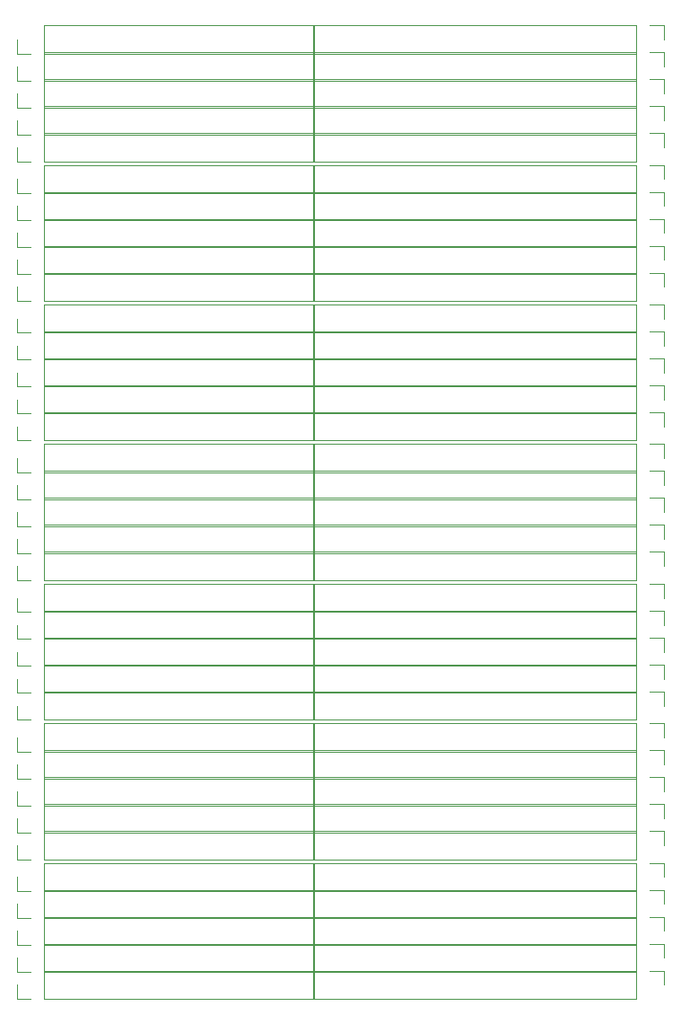
<source format=gbr>
G04 #@! TF.GenerationSoftware,KiCad,Pcbnew,5.1.5-52549c5~86~ubuntu18.04.1*
G04 #@! TF.CreationDate,2020-08-06T00:34:13-05:00*
G04 #@! TF.ProjectId,,58585858-5858-4585-9858-585858585858,rev?*
G04 #@! TF.SameCoordinates,Original*
G04 #@! TF.FileFunction,Legend,Top*
G04 #@! TF.FilePolarity,Positive*
%FSLAX46Y46*%
G04 Gerber Fmt 4.6, Leading zero omitted, Abs format (unit mm)*
G04 Created by KiCad (PCBNEW 5.1.5-52549c5~86~ubuntu18.04.1) date 2020-08-06 00:34:13*
%MOMM*%
%LPD*%
G04 APERTURE LIST*
%ADD10C,0.120000*%
G04 APERTURE END LIST*
D10*
X98265000Y-112455000D02*
X98265000Y-115115000D01*
X128805000Y-112455000D02*
X98265000Y-112455000D01*
X128805000Y-115115000D02*
X98265000Y-115115000D01*
X128805000Y-112455000D02*
X128805000Y-115115000D01*
X130075000Y-112455000D02*
X131405000Y-112455000D01*
X131405000Y-112455000D02*
X131405000Y-113785000D01*
X98265000Y-99295000D02*
X98265000Y-101955000D01*
X128805000Y-99295000D02*
X98265000Y-99295000D01*
X128805000Y-101955000D02*
X98265000Y-101955000D01*
X128805000Y-99295000D02*
X128805000Y-101955000D01*
X130075000Y-99295000D02*
X131405000Y-99295000D01*
X131405000Y-99295000D02*
X131405000Y-100625000D01*
X98265000Y-86135000D02*
X98265000Y-88795000D01*
X128805000Y-86135000D02*
X98265000Y-86135000D01*
X128805000Y-88795000D02*
X98265000Y-88795000D01*
X128805000Y-86135000D02*
X128805000Y-88795000D01*
X130075000Y-86135000D02*
X131405000Y-86135000D01*
X131405000Y-86135000D02*
X131405000Y-87465000D01*
X98265000Y-72975000D02*
X98265000Y-75635000D01*
X128805000Y-72975000D02*
X98265000Y-72975000D01*
X128805000Y-75635000D02*
X98265000Y-75635000D01*
X128805000Y-72975000D02*
X128805000Y-75635000D01*
X130075000Y-72975000D02*
X131405000Y-72975000D01*
X131405000Y-72975000D02*
X131405000Y-74305000D01*
X98265000Y-59815000D02*
X98265000Y-62475000D01*
X128805000Y-59815000D02*
X98265000Y-59815000D01*
X128805000Y-62475000D02*
X98265000Y-62475000D01*
X128805000Y-59815000D02*
X128805000Y-62475000D01*
X130075000Y-59815000D02*
X131405000Y-59815000D01*
X131405000Y-59815000D02*
X131405000Y-61145000D01*
X98265000Y-46655000D02*
X98265000Y-49315000D01*
X128805000Y-46655000D02*
X98265000Y-46655000D01*
X128805000Y-49315000D02*
X98265000Y-49315000D01*
X128805000Y-46655000D02*
X128805000Y-49315000D01*
X130075000Y-46655000D02*
X131405000Y-46655000D01*
X131405000Y-46655000D02*
X131405000Y-47985000D01*
X98385000Y-115115000D02*
X98385000Y-112455000D01*
X72925000Y-115115000D02*
X98385000Y-115115000D01*
X72925000Y-112455000D02*
X98385000Y-112455000D01*
X72925000Y-115115000D02*
X72925000Y-112455000D01*
X71655000Y-115115000D02*
X70325000Y-115115000D01*
X70325000Y-115115000D02*
X70325000Y-113785000D01*
X98385000Y-101955000D02*
X98385000Y-99295000D01*
X72925000Y-101955000D02*
X98385000Y-101955000D01*
X72925000Y-99295000D02*
X98385000Y-99295000D01*
X72925000Y-101955000D02*
X72925000Y-99295000D01*
X71655000Y-101955000D02*
X70325000Y-101955000D01*
X70325000Y-101955000D02*
X70325000Y-100625000D01*
X98385000Y-88795000D02*
X98385000Y-86135000D01*
X72925000Y-88795000D02*
X98385000Y-88795000D01*
X72925000Y-86135000D02*
X98385000Y-86135000D01*
X72925000Y-88795000D02*
X72925000Y-86135000D01*
X71655000Y-88795000D02*
X70325000Y-88795000D01*
X70325000Y-88795000D02*
X70325000Y-87465000D01*
X98385000Y-75635000D02*
X98385000Y-72975000D01*
X72925000Y-75635000D02*
X98385000Y-75635000D01*
X72925000Y-72975000D02*
X98385000Y-72975000D01*
X72925000Y-75635000D02*
X72925000Y-72975000D01*
X71655000Y-75635000D02*
X70325000Y-75635000D01*
X70325000Y-75635000D02*
X70325000Y-74305000D01*
X98385000Y-62475000D02*
X98385000Y-59815000D01*
X72925000Y-62475000D02*
X98385000Y-62475000D01*
X72925000Y-59815000D02*
X98385000Y-59815000D01*
X72925000Y-62475000D02*
X72925000Y-59815000D01*
X71655000Y-62475000D02*
X70325000Y-62475000D01*
X70325000Y-62475000D02*
X70325000Y-61145000D01*
X98385000Y-49315000D02*
X98385000Y-46655000D01*
X72925000Y-49315000D02*
X98385000Y-49315000D01*
X72925000Y-46655000D02*
X98385000Y-46655000D01*
X72925000Y-49315000D02*
X72925000Y-46655000D01*
X71655000Y-49315000D02*
X70325000Y-49315000D01*
X70325000Y-49315000D02*
X70325000Y-47985000D01*
X98265000Y-117535000D02*
X98265000Y-120195000D01*
X128805000Y-117535000D02*
X98265000Y-117535000D01*
X128805000Y-120195000D02*
X98265000Y-120195000D01*
X128805000Y-117535000D02*
X128805000Y-120195000D01*
X130075000Y-117535000D02*
X131405000Y-117535000D01*
X131405000Y-117535000D02*
X131405000Y-118865000D01*
X98265000Y-104375000D02*
X98265000Y-107035000D01*
X128805000Y-104375000D02*
X98265000Y-104375000D01*
X128805000Y-107035000D02*
X98265000Y-107035000D01*
X128805000Y-104375000D02*
X128805000Y-107035000D01*
X130075000Y-104375000D02*
X131405000Y-104375000D01*
X131405000Y-104375000D02*
X131405000Y-105705000D01*
X98265000Y-91215000D02*
X98265000Y-93875000D01*
X128805000Y-91215000D02*
X98265000Y-91215000D01*
X128805000Y-93875000D02*
X98265000Y-93875000D01*
X128805000Y-91215000D02*
X128805000Y-93875000D01*
X130075000Y-91215000D02*
X131405000Y-91215000D01*
X131405000Y-91215000D02*
X131405000Y-92545000D01*
X98265000Y-78055000D02*
X98265000Y-80715000D01*
X128805000Y-78055000D02*
X98265000Y-78055000D01*
X128805000Y-80715000D02*
X98265000Y-80715000D01*
X128805000Y-78055000D02*
X128805000Y-80715000D01*
X130075000Y-78055000D02*
X131405000Y-78055000D01*
X131405000Y-78055000D02*
X131405000Y-79385000D01*
X98265000Y-64895000D02*
X98265000Y-67555000D01*
X128805000Y-64895000D02*
X98265000Y-64895000D01*
X128805000Y-67555000D02*
X98265000Y-67555000D01*
X128805000Y-64895000D02*
X128805000Y-67555000D01*
X130075000Y-64895000D02*
X131405000Y-64895000D01*
X131405000Y-64895000D02*
X131405000Y-66225000D01*
X98265000Y-51735000D02*
X98265000Y-54395000D01*
X128805000Y-51735000D02*
X98265000Y-51735000D01*
X128805000Y-54395000D02*
X98265000Y-54395000D01*
X128805000Y-51735000D02*
X128805000Y-54395000D01*
X130075000Y-51735000D02*
X131405000Y-51735000D01*
X131405000Y-51735000D02*
X131405000Y-53065000D01*
X98265000Y-114995000D02*
X98265000Y-117655000D01*
X128805000Y-114995000D02*
X98265000Y-114995000D01*
X128805000Y-117655000D02*
X98265000Y-117655000D01*
X128805000Y-114995000D02*
X128805000Y-117655000D01*
X130075000Y-114995000D02*
X131405000Y-114995000D01*
X131405000Y-114995000D02*
X131405000Y-116325000D01*
X98265000Y-101835000D02*
X98265000Y-104495000D01*
X128805000Y-101835000D02*
X98265000Y-101835000D01*
X128805000Y-104495000D02*
X98265000Y-104495000D01*
X128805000Y-101835000D02*
X128805000Y-104495000D01*
X130075000Y-101835000D02*
X131405000Y-101835000D01*
X131405000Y-101835000D02*
X131405000Y-103165000D01*
X98265000Y-88675000D02*
X98265000Y-91335000D01*
X128805000Y-88675000D02*
X98265000Y-88675000D01*
X128805000Y-91335000D02*
X98265000Y-91335000D01*
X128805000Y-88675000D02*
X128805000Y-91335000D01*
X130075000Y-88675000D02*
X131405000Y-88675000D01*
X131405000Y-88675000D02*
X131405000Y-90005000D01*
X98265000Y-75515000D02*
X98265000Y-78175000D01*
X128805000Y-75515000D02*
X98265000Y-75515000D01*
X128805000Y-78175000D02*
X98265000Y-78175000D01*
X128805000Y-75515000D02*
X128805000Y-78175000D01*
X130075000Y-75515000D02*
X131405000Y-75515000D01*
X131405000Y-75515000D02*
X131405000Y-76845000D01*
X98265000Y-62355000D02*
X98265000Y-65015000D01*
X128805000Y-62355000D02*
X98265000Y-62355000D01*
X128805000Y-65015000D02*
X98265000Y-65015000D01*
X128805000Y-62355000D02*
X128805000Y-65015000D01*
X130075000Y-62355000D02*
X131405000Y-62355000D01*
X131405000Y-62355000D02*
X131405000Y-63685000D01*
X98265000Y-49195000D02*
X98265000Y-51855000D01*
X128805000Y-49195000D02*
X98265000Y-49195000D01*
X128805000Y-51855000D02*
X98265000Y-51855000D01*
X128805000Y-49195000D02*
X128805000Y-51855000D01*
X130075000Y-49195000D02*
X131405000Y-49195000D01*
X131405000Y-49195000D02*
X131405000Y-50525000D01*
X98385000Y-120195000D02*
X98385000Y-117535000D01*
X72925000Y-120195000D02*
X98385000Y-120195000D01*
X72925000Y-117535000D02*
X98385000Y-117535000D01*
X72925000Y-120195000D02*
X72925000Y-117535000D01*
X71655000Y-120195000D02*
X70325000Y-120195000D01*
X70325000Y-120195000D02*
X70325000Y-118865000D01*
X98385000Y-107035000D02*
X98385000Y-104375000D01*
X72925000Y-107035000D02*
X98385000Y-107035000D01*
X72925000Y-104375000D02*
X98385000Y-104375000D01*
X72925000Y-107035000D02*
X72925000Y-104375000D01*
X71655000Y-107035000D02*
X70325000Y-107035000D01*
X70325000Y-107035000D02*
X70325000Y-105705000D01*
X98385000Y-93875000D02*
X98385000Y-91215000D01*
X72925000Y-93875000D02*
X98385000Y-93875000D01*
X72925000Y-91215000D02*
X98385000Y-91215000D01*
X72925000Y-93875000D02*
X72925000Y-91215000D01*
X71655000Y-93875000D02*
X70325000Y-93875000D01*
X70325000Y-93875000D02*
X70325000Y-92545000D01*
X98385000Y-80715000D02*
X98385000Y-78055000D01*
X72925000Y-80715000D02*
X98385000Y-80715000D01*
X72925000Y-78055000D02*
X98385000Y-78055000D01*
X72925000Y-80715000D02*
X72925000Y-78055000D01*
X71655000Y-80715000D02*
X70325000Y-80715000D01*
X70325000Y-80715000D02*
X70325000Y-79385000D01*
X98385000Y-67555000D02*
X98385000Y-64895000D01*
X72925000Y-67555000D02*
X98385000Y-67555000D01*
X72925000Y-64895000D02*
X98385000Y-64895000D01*
X72925000Y-67555000D02*
X72925000Y-64895000D01*
X71655000Y-67555000D02*
X70325000Y-67555000D01*
X70325000Y-67555000D02*
X70325000Y-66225000D01*
X98385000Y-54395000D02*
X98385000Y-51735000D01*
X72925000Y-54395000D02*
X98385000Y-54395000D01*
X72925000Y-51735000D02*
X98385000Y-51735000D01*
X72925000Y-54395000D02*
X72925000Y-51735000D01*
X71655000Y-54395000D02*
X70325000Y-54395000D01*
X70325000Y-54395000D02*
X70325000Y-53065000D01*
X98385000Y-117655000D02*
X98385000Y-114995000D01*
X72925000Y-117655000D02*
X98385000Y-117655000D01*
X72925000Y-114995000D02*
X98385000Y-114995000D01*
X72925000Y-117655000D02*
X72925000Y-114995000D01*
X71655000Y-117655000D02*
X70325000Y-117655000D01*
X70325000Y-117655000D02*
X70325000Y-116325000D01*
X98385000Y-104495000D02*
X98385000Y-101835000D01*
X72925000Y-104495000D02*
X98385000Y-104495000D01*
X72925000Y-101835000D02*
X98385000Y-101835000D01*
X72925000Y-104495000D02*
X72925000Y-101835000D01*
X71655000Y-104495000D02*
X70325000Y-104495000D01*
X70325000Y-104495000D02*
X70325000Y-103165000D01*
X98385000Y-91335000D02*
X98385000Y-88675000D01*
X72925000Y-91335000D02*
X98385000Y-91335000D01*
X72925000Y-88675000D02*
X98385000Y-88675000D01*
X72925000Y-91335000D02*
X72925000Y-88675000D01*
X71655000Y-91335000D02*
X70325000Y-91335000D01*
X70325000Y-91335000D02*
X70325000Y-90005000D01*
X98385000Y-78175000D02*
X98385000Y-75515000D01*
X72925000Y-78175000D02*
X98385000Y-78175000D01*
X72925000Y-75515000D02*
X98385000Y-75515000D01*
X72925000Y-78175000D02*
X72925000Y-75515000D01*
X71655000Y-78175000D02*
X70325000Y-78175000D01*
X70325000Y-78175000D02*
X70325000Y-76845000D01*
X98385000Y-65015000D02*
X98385000Y-62355000D01*
X72925000Y-65015000D02*
X98385000Y-65015000D01*
X72925000Y-62355000D02*
X98385000Y-62355000D01*
X72925000Y-65015000D02*
X72925000Y-62355000D01*
X71655000Y-65015000D02*
X70325000Y-65015000D01*
X70325000Y-65015000D02*
X70325000Y-63685000D01*
X98385000Y-51855000D02*
X98385000Y-49195000D01*
X72925000Y-51855000D02*
X98385000Y-51855000D01*
X72925000Y-49195000D02*
X98385000Y-49195000D01*
X72925000Y-51855000D02*
X72925000Y-49195000D01*
X71655000Y-51855000D02*
X70325000Y-51855000D01*
X70325000Y-51855000D02*
X70325000Y-50525000D01*
X98265000Y-122615000D02*
X98265000Y-125275000D01*
X128805000Y-122615000D02*
X98265000Y-122615000D01*
X128805000Y-125275000D02*
X98265000Y-125275000D01*
X128805000Y-122615000D02*
X128805000Y-125275000D01*
X130075000Y-122615000D02*
X131405000Y-122615000D01*
X131405000Y-122615000D02*
X131405000Y-123945000D01*
X98265000Y-109455000D02*
X98265000Y-112115000D01*
X128805000Y-109455000D02*
X98265000Y-109455000D01*
X128805000Y-112115000D02*
X98265000Y-112115000D01*
X128805000Y-109455000D02*
X128805000Y-112115000D01*
X130075000Y-109455000D02*
X131405000Y-109455000D01*
X131405000Y-109455000D02*
X131405000Y-110785000D01*
X98265000Y-96295000D02*
X98265000Y-98955000D01*
X128805000Y-96295000D02*
X98265000Y-96295000D01*
X128805000Y-98955000D02*
X98265000Y-98955000D01*
X128805000Y-96295000D02*
X128805000Y-98955000D01*
X130075000Y-96295000D02*
X131405000Y-96295000D01*
X131405000Y-96295000D02*
X131405000Y-97625000D01*
X98265000Y-83135000D02*
X98265000Y-85795000D01*
X128805000Y-83135000D02*
X98265000Y-83135000D01*
X128805000Y-85795000D02*
X98265000Y-85795000D01*
X128805000Y-83135000D02*
X128805000Y-85795000D01*
X130075000Y-83135000D02*
X131405000Y-83135000D01*
X131405000Y-83135000D02*
X131405000Y-84465000D01*
X98265000Y-69975000D02*
X98265000Y-72635000D01*
X128805000Y-69975000D02*
X98265000Y-69975000D01*
X128805000Y-72635000D02*
X98265000Y-72635000D01*
X128805000Y-69975000D02*
X128805000Y-72635000D01*
X130075000Y-69975000D02*
X131405000Y-69975000D01*
X131405000Y-69975000D02*
X131405000Y-71305000D01*
X98265000Y-56815000D02*
X98265000Y-59475000D01*
X128805000Y-56815000D02*
X98265000Y-56815000D01*
X128805000Y-59475000D02*
X98265000Y-59475000D01*
X128805000Y-56815000D02*
X128805000Y-59475000D01*
X130075000Y-56815000D02*
X131405000Y-56815000D01*
X131405000Y-56815000D02*
X131405000Y-58145000D01*
X98385000Y-122735000D02*
X98385000Y-120075000D01*
X72925000Y-122735000D02*
X98385000Y-122735000D01*
X72925000Y-120075000D02*
X98385000Y-120075000D01*
X72925000Y-122735000D02*
X72925000Y-120075000D01*
X71655000Y-122735000D02*
X70325000Y-122735000D01*
X70325000Y-122735000D02*
X70325000Y-121405000D01*
X98385000Y-109575000D02*
X98385000Y-106915000D01*
X72925000Y-109575000D02*
X98385000Y-109575000D01*
X72925000Y-106915000D02*
X98385000Y-106915000D01*
X72925000Y-109575000D02*
X72925000Y-106915000D01*
X71655000Y-109575000D02*
X70325000Y-109575000D01*
X70325000Y-109575000D02*
X70325000Y-108245000D01*
X98385000Y-96415000D02*
X98385000Y-93755000D01*
X72925000Y-96415000D02*
X98385000Y-96415000D01*
X72925000Y-93755000D02*
X98385000Y-93755000D01*
X72925000Y-96415000D02*
X72925000Y-93755000D01*
X71655000Y-96415000D02*
X70325000Y-96415000D01*
X70325000Y-96415000D02*
X70325000Y-95085000D01*
X98385000Y-83255000D02*
X98385000Y-80595000D01*
X72925000Y-83255000D02*
X98385000Y-83255000D01*
X72925000Y-80595000D02*
X98385000Y-80595000D01*
X72925000Y-83255000D02*
X72925000Y-80595000D01*
X71655000Y-83255000D02*
X70325000Y-83255000D01*
X70325000Y-83255000D02*
X70325000Y-81925000D01*
X98385000Y-70095000D02*
X98385000Y-67435000D01*
X72925000Y-70095000D02*
X98385000Y-70095000D01*
X72925000Y-67435000D02*
X98385000Y-67435000D01*
X72925000Y-70095000D02*
X72925000Y-67435000D01*
X71655000Y-70095000D02*
X70325000Y-70095000D01*
X70325000Y-70095000D02*
X70325000Y-68765000D01*
X98385000Y-56935000D02*
X98385000Y-54275000D01*
X72925000Y-56935000D02*
X98385000Y-56935000D01*
X72925000Y-54275000D02*
X98385000Y-54275000D01*
X72925000Y-56935000D02*
X72925000Y-54275000D01*
X71655000Y-56935000D02*
X70325000Y-56935000D01*
X70325000Y-56935000D02*
X70325000Y-55605000D01*
X98265000Y-120075000D02*
X98265000Y-122735000D01*
X128805000Y-120075000D02*
X98265000Y-120075000D01*
X128805000Y-122735000D02*
X98265000Y-122735000D01*
X128805000Y-120075000D02*
X128805000Y-122735000D01*
X130075000Y-120075000D02*
X131405000Y-120075000D01*
X131405000Y-120075000D02*
X131405000Y-121405000D01*
X98265000Y-106915000D02*
X98265000Y-109575000D01*
X128805000Y-106915000D02*
X98265000Y-106915000D01*
X128805000Y-109575000D02*
X98265000Y-109575000D01*
X128805000Y-106915000D02*
X128805000Y-109575000D01*
X130075000Y-106915000D02*
X131405000Y-106915000D01*
X131405000Y-106915000D02*
X131405000Y-108245000D01*
X98265000Y-93755000D02*
X98265000Y-96415000D01*
X128805000Y-93755000D02*
X98265000Y-93755000D01*
X128805000Y-96415000D02*
X98265000Y-96415000D01*
X128805000Y-93755000D02*
X128805000Y-96415000D01*
X130075000Y-93755000D02*
X131405000Y-93755000D01*
X131405000Y-93755000D02*
X131405000Y-95085000D01*
X98265000Y-80595000D02*
X98265000Y-83255000D01*
X128805000Y-80595000D02*
X98265000Y-80595000D01*
X128805000Y-83255000D02*
X98265000Y-83255000D01*
X128805000Y-80595000D02*
X128805000Y-83255000D01*
X130075000Y-80595000D02*
X131405000Y-80595000D01*
X131405000Y-80595000D02*
X131405000Y-81925000D01*
X98265000Y-67435000D02*
X98265000Y-70095000D01*
X128805000Y-67435000D02*
X98265000Y-67435000D01*
X128805000Y-70095000D02*
X98265000Y-70095000D01*
X128805000Y-67435000D02*
X128805000Y-70095000D01*
X130075000Y-67435000D02*
X131405000Y-67435000D01*
X131405000Y-67435000D02*
X131405000Y-68765000D01*
X98265000Y-54275000D02*
X98265000Y-56935000D01*
X128805000Y-54275000D02*
X98265000Y-54275000D01*
X128805000Y-56935000D02*
X98265000Y-56935000D01*
X128805000Y-54275000D02*
X128805000Y-56935000D01*
X130075000Y-54275000D02*
X131405000Y-54275000D01*
X131405000Y-54275000D02*
X131405000Y-55605000D01*
X98385000Y-125275000D02*
X98385000Y-122615000D01*
X72925000Y-125275000D02*
X98385000Y-125275000D01*
X72925000Y-122615000D02*
X98385000Y-122615000D01*
X72925000Y-125275000D02*
X72925000Y-122615000D01*
X71655000Y-125275000D02*
X70325000Y-125275000D01*
X70325000Y-125275000D02*
X70325000Y-123945000D01*
X98385000Y-112115000D02*
X98385000Y-109455000D01*
X72925000Y-112115000D02*
X98385000Y-112115000D01*
X72925000Y-109455000D02*
X98385000Y-109455000D01*
X72925000Y-112115000D02*
X72925000Y-109455000D01*
X71655000Y-112115000D02*
X70325000Y-112115000D01*
X70325000Y-112115000D02*
X70325000Y-110785000D01*
X98385000Y-98955000D02*
X98385000Y-96295000D01*
X72925000Y-98955000D02*
X98385000Y-98955000D01*
X72925000Y-96295000D02*
X98385000Y-96295000D01*
X72925000Y-98955000D02*
X72925000Y-96295000D01*
X71655000Y-98955000D02*
X70325000Y-98955000D01*
X70325000Y-98955000D02*
X70325000Y-97625000D01*
X98385000Y-85795000D02*
X98385000Y-83135000D01*
X72925000Y-85795000D02*
X98385000Y-85795000D01*
X72925000Y-83135000D02*
X98385000Y-83135000D01*
X72925000Y-85795000D02*
X72925000Y-83135000D01*
X71655000Y-85795000D02*
X70325000Y-85795000D01*
X70325000Y-85795000D02*
X70325000Y-84465000D01*
X98385000Y-72635000D02*
X98385000Y-69975000D01*
X72925000Y-72635000D02*
X98385000Y-72635000D01*
X72925000Y-69975000D02*
X98385000Y-69975000D01*
X72925000Y-72635000D02*
X72925000Y-69975000D01*
X71655000Y-72635000D02*
X70325000Y-72635000D01*
X70325000Y-72635000D02*
X70325000Y-71305000D01*
X98385000Y-59475000D02*
X98385000Y-56815000D01*
X72925000Y-59475000D02*
X98385000Y-59475000D01*
X72925000Y-56815000D02*
X98385000Y-56815000D01*
X72925000Y-59475000D02*
X72925000Y-56815000D01*
X71655000Y-59475000D02*
X70325000Y-59475000D01*
X70325000Y-59475000D02*
X70325000Y-58145000D01*
X70325000Y-36155000D02*
X70325000Y-34825000D01*
X71655000Y-36155000D02*
X70325000Y-36155000D01*
X72925000Y-36155000D02*
X72925000Y-33495000D01*
X72925000Y-33495000D02*
X98385000Y-33495000D01*
X72925000Y-36155000D02*
X98385000Y-36155000D01*
X98385000Y-36155000D02*
X98385000Y-33495000D01*
X70325000Y-38695000D02*
X70325000Y-37365000D01*
X71655000Y-38695000D02*
X70325000Y-38695000D01*
X72925000Y-38695000D02*
X72925000Y-36035000D01*
X72925000Y-36035000D02*
X98385000Y-36035000D01*
X72925000Y-38695000D02*
X98385000Y-38695000D01*
X98385000Y-38695000D02*
X98385000Y-36035000D01*
X70325000Y-41235000D02*
X70325000Y-39905000D01*
X71655000Y-41235000D02*
X70325000Y-41235000D01*
X72925000Y-41235000D02*
X72925000Y-38575000D01*
X72925000Y-38575000D02*
X98385000Y-38575000D01*
X72925000Y-41235000D02*
X98385000Y-41235000D01*
X98385000Y-41235000D02*
X98385000Y-38575000D01*
X70325000Y-43775000D02*
X70325000Y-42445000D01*
X71655000Y-43775000D02*
X70325000Y-43775000D01*
X72925000Y-43775000D02*
X72925000Y-41115000D01*
X72925000Y-41115000D02*
X98385000Y-41115000D01*
X72925000Y-43775000D02*
X98385000Y-43775000D01*
X98385000Y-43775000D02*
X98385000Y-41115000D01*
X70325000Y-46315000D02*
X70325000Y-44985000D01*
X71655000Y-46315000D02*
X70325000Y-46315000D01*
X72925000Y-46315000D02*
X72925000Y-43655000D01*
X72925000Y-43655000D02*
X98385000Y-43655000D01*
X72925000Y-46315000D02*
X98385000Y-46315000D01*
X98385000Y-46315000D02*
X98385000Y-43655000D01*
X131405000Y-43655000D02*
X131405000Y-44985000D01*
X130075000Y-43655000D02*
X131405000Y-43655000D01*
X128805000Y-43655000D02*
X128805000Y-46315000D01*
X128805000Y-46315000D02*
X98265000Y-46315000D01*
X128805000Y-43655000D02*
X98265000Y-43655000D01*
X98265000Y-43655000D02*
X98265000Y-46315000D01*
X131405000Y-41115000D02*
X131405000Y-42445000D01*
X130075000Y-41115000D02*
X131405000Y-41115000D01*
X128805000Y-41115000D02*
X128805000Y-43775000D01*
X128805000Y-43775000D02*
X98265000Y-43775000D01*
X128805000Y-41115000D02*
X98265000Y-41115000D01*
X98265000Y-41115000D02*
X98265000Y-43775000D01*
X131405000Y-38575000D02*
X131405000Y-39905000D01*
X130075000Y-38575000D02*
X131405000Y-38575000D01*
X128805000Y-38575000D02*
X128805000Y-41235000D01*
X128805000Y-41235000D02*
X98265000Y-41235000D01*
X128805000Y-38575000D02*
X98265000Y-38575000D01*
X98265000Y-38575000D02*
X98265000Y-41235000D01*
X131405000Y-36035000D02*
X131405000Y-37365000D01*
X130075000Y-36035000D02*
X131405000Y-36035000D01*
X128805000Y-36035000D02*
X128805000Y-38695000D01*
X128805000Y-38695000D02*
X98265000Y-38695000D01*
X128805000Y-36035000D02*
X98265000Y-36035000D01*
X98265000Y-36035000D02*
X98265000Y-38695000D01*
X131405000Y-33495000D02*
X131405000Y-34825000D01*
X130075000Y-33495000D02*
X131405000Y-33495000D01*
X128805000Y-33495000D02*
X128805000Y-36155000D01*
X128805000Y-36155000D02*
X98265000Y-36155000D01*
X128805000Y-33495000D02*
X98265000Y-33495000D01*
X98265000Y-33495000D02*
X98265000Y-36155000D01*
M02*

</source>
